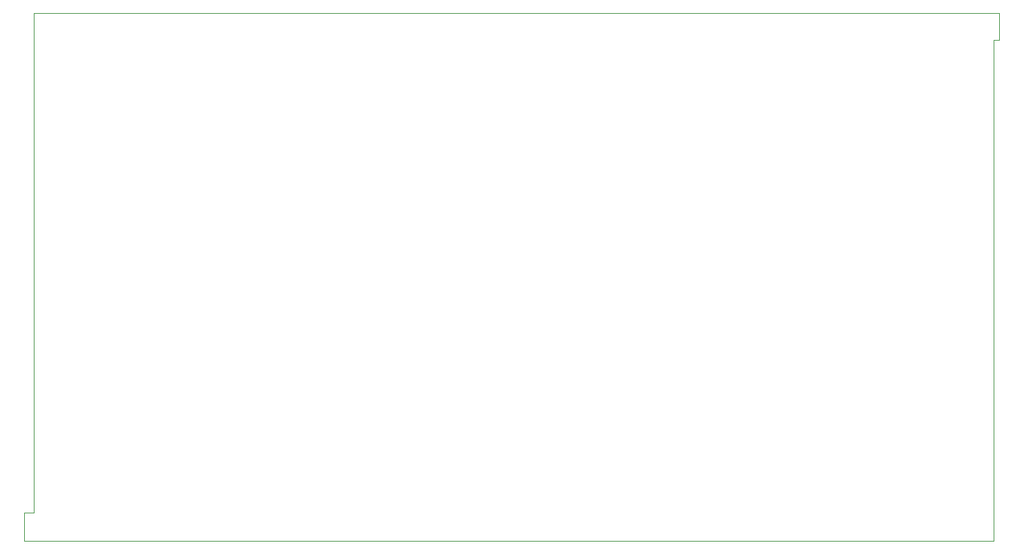
<source format=gbr>
%TF.GenerationSoftware,Altium Limited,Altium Designer,20.1.7 (139)*%
G04 Layer_Color=0*
%FSLAX44Y44*%
%MOMM*%
%TF.SameCoordinates,E03824B4-CBBF-40F0-B96A-956E77447FB1*%
%TF.FilePolarity,Positive*%
%TF.FileFunction,Profile,NP*%
%TF.Part,Single*%
G01*
G75*
%TA.AperFunction,Profile*%
%ADD57C,0.0254*%
D57*
X432500Y1110000D02*
X1617250D01*
Y1077000D01*
X1610000D01*
Y480000D01*
X1610036Y479722D01*
Y466536D01*
X1610030Y466541D01*
Y462030D01*
X1610000Y462000D01*
X421000D01*
Y496250D01*
X432500D01*
Y1110000D01*
%TF.MD5,7f5856049dbaea9d3b451f700b283591*%
M02*

</source>
